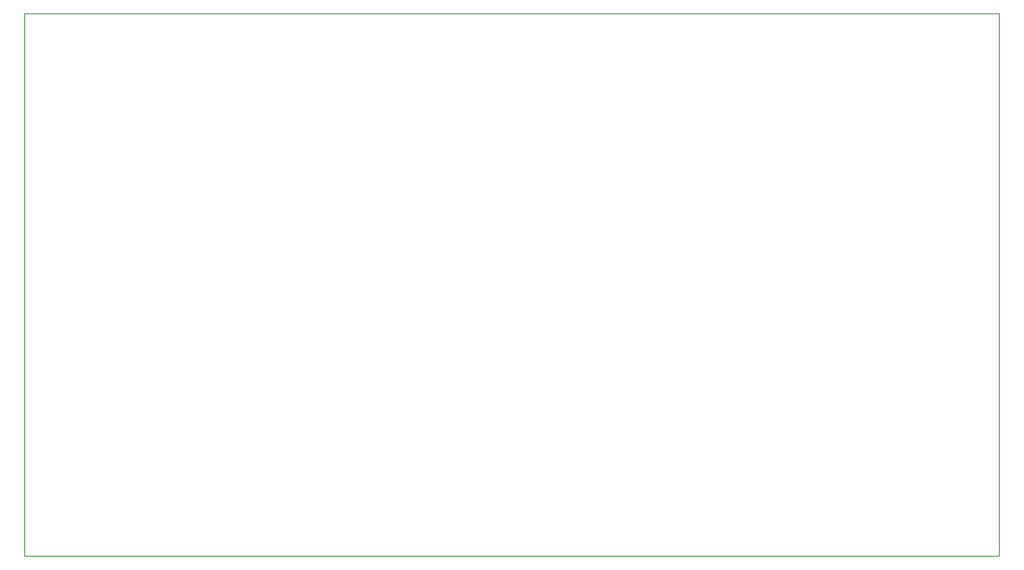
<source format=gbr>
G04 #@! TF.GenerationSoftware,KiCad,Pcbnew,5.1.5+dfsg1-2build2*
G04 #@! TF.CreationDate,2021-07-19T22:25:01+01:00*
G04 #@! TF.ProjectId,TestSRAM,54657374-5352-4414-9d2e-6b696361645f,rev?*
G04 #@! TF.SameCoordinates,Original*
G04 #@! TF.FileFunction,Profile,NP*
%FSLAX46Y46*%
G04 Gerber Fmt 4.6, Leading zero omitted, Abs format (unit mm)*
G04 Created by KiCad (PCBNEW 5.1.5+dfsg1-2build2) date 2021-07-19 22:25:01*
%MOMM*%
%LPD*%
G04 APERTURE LIST*
%ADD10C,0.050000*%
G04 APERTURE END LIST*
D10*
X178181000Y-100965000D02*
X178181000Y-155829000D01*
X79629000Y-100965000D02*
X178181000Y-100965000D01*
X79629000Y-155829000D02*
X79629000Y-100965000D01*
X178181000Y-155829000D02*
X79629000Y-155829000D01*
M02*

</source>
